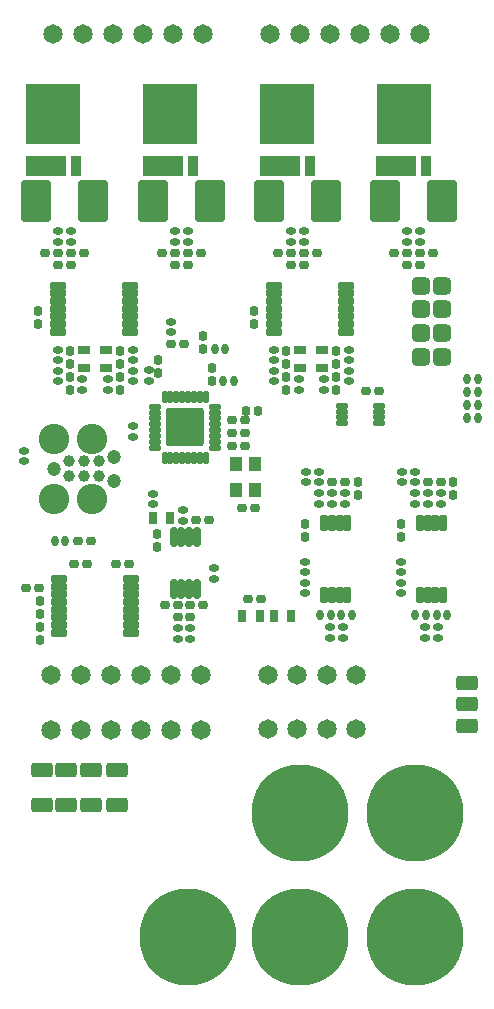
<source format=gts>
%FSLAX46Y46*%
%MOMM*%
%AMPS27*
1,1,0.987000,0.000000,0.000000*
%
%ADD27PS27*%
%AMPS13*
1,1,1.650000,0.000000,0.000000*
%
%ADD13PS13*%
%AMPS16*
1,1,1.650000,0.000000,0.000000*
%
%ADD16PS16*%
%AMPS41*
1,1,1.650000,0.000000,0.000000*
%
%ADD41PS41*%
%AMPS11*
1,1,8.200000,0.000000,0.000000*
%
%ADD11PS11*%
%AMPS42*
1,1,8.200000,0.000000,0.000000*
%
%ADD42PS42*%
%AMPS15*
1,1,1.650000,0.000000,0.000000*
%
%ADD15PS15*%
%AMPS20*
1,1,8.200000,0.000000,0.000000*
%
%ADD20PS20*%
%AMPS53*
1,1,8.200000,0.000000,0.000000*
%
%ADD53PS53*%
%AMPS14*
1,1,1.650000,0.000000,0.000000*
%
%ADD14PS14*%
%AMPS12*
1,1,1.650000,0.000000,0.000000*
%
%ADD12PS12*%
%AMPS35*
21,1,1.700000,0.800000,0.000000,0.000000,270.000000*
%
%ADD35PS35*%
%AMPS34*
21,1,3.340000,1.700000,0.000000,0.000000,180.000000*
%
%ADD34PS34*%
%AMPS33*
21,1,5.100000,4.610000,0.000000,0.000000,270.000000*
%
%ADD33PS33*%
%AMPS56*
1,1,0.454000,0.000000,0.000000*
%
%ADD56PS56*%
%AMPS29*
1,1,2.575000,0.000000,0.000000*
%
%ADD29PS29*%
%AMPS28*
1,1,1.200000,0.000000,0.000000*
%
%ADD28PS28*%
%AMPS52*
1,1,0.400000,0.350000,-0.400000*
1,1,0.400000,-0.350000,0.400000*
1,1,0.400000,-0.350000,-0.400000*
1,1,0.400000,0.350000,0.400000*
21,1,1.100000,0.800000,0.000000,0.000000,180.000000*
21,1,0.700000,1.200000,0.000000,0.000000,180.000000*
%
%ADD52PS52*%
%AMPS54*
1,1,0.360000,-0.315000,-0.070000*
1,1,0.360000,0.315000,0.070000*
1,1,0.360000,-0.315000,0.070000*
1,1,0.360000,0.315000,-0.070000*
21,1,0.500000,0.630000,0.000000,0.000000,90.000000*
21,1,0.140000,0.990000,0.000000,0.000000,90.000000*
%
%ADD54PS54*%
%AMPS55*
1,1,0.360000,0.315000,0.070000*
1,1,0.360000,-0.315000,-0.070000*
1,1,0.360000,0.315000,-0.070000*
1,1,0.360000,-0.315000,0.070000*
21,1,0.500000,0.630000,0.000000,0.000000,270.000000*
21,1,0.140000,0.990000,0.000000,0.000000,270.000000*
%
%ADD55PS55*%
%AMPS24*
1,1,0.400000,-0.100000,0.200000*
1,1,0.400000,0.100000,-0.200000*
1,1,0.400000,0.100000,0.200000*
1,1,0.400000,-0.100000,-0.200000*
21,1,0.600000,0.400000,0.000000,0.000000,0.000000*
21,1,0.200000,0.800000,0.000000,0.000000,0.000000*
%
%ADD24PS24*%
%AMPS10*
1,1,0.400000,-0.200000,-0.100000*
1,1,0.400000,0.200000,0.100000*
1,1,0.400000,-0.200000,0.100000*
1,1,0.400000,0.200000,-0.100000*
21,1,0.600000,0.400000,0.000000,0.000000,90.000000*
21,1,0.200000,0.800000,0.000000,0.000000,90.000000*
%
%ADD10PS10*%
%AMPS40*
1,1,0.400000,0.100000,-0.200000*
1,1,0.400000,-0.100000,0.200000*
1,1,0.400000,-0.100000,-0.200000*
1,1,0.400000,0.100000,0.200000*
21,1,0.600000,0.400000,0.000000,0.000000,180.000000*
21,1,0.200000,0.800000,0.000000,0.000000,180.000000*
%
%ADD40PS40*%
%AMPS17*
1,1,0.400000,0.200000,0.100000*
1,1,0.400000,-0.200000,-0.100000*
1,1,0.400000,0.200000,-0.100000*
1,1,0.400000,-0.200000,0.100000*
21,1,0.600000,0.400000,0.000000,0.000000,270.000000*
21,1,0.200000,0.800000,0.000000,0.000000,270.000000*
%
%ADD17PS17*%
%AMPS23*
1,1,0.400000,-0.700000,0.400000*
1,1,0.400000,0.700000,-0.400000*
1,1,0.400000,0.700000,0.400000*
1,1,0.400000,-0.700000,-0.400000*
21,1,1.800000,0.800000,0.000000,0.000000,0.000000*
21,1,1.400000,1.200000,0.000000,0.000000,0.000000*
%
%ADD23PS23*%
%AMPS45*
1,1,0.400000,-0.125000,0.625000*
1,1,0.400000,0.125000,-0.625000*
1,1,0.400000,0.125000,0.625000*
1,1,0.400000,-0.125000,-0.625000*
21,1,0.650000,1.250000,0.000000,0.000000,0.000000*
21,1,0.250000,1.650000,0.000000,0.000000,0.000000*
%
%ADD45PS45*%
%AMPS46*
1,1,0.400000,0.125000,-0.625000*
1,1,0.400000,-0.125000,0.625000*
1,1,0.400000,-0.125000,-0.625000*
1,1,0.400000,0.125000,0.625000*
21,1,0.650000,1.250000,0.000000,0.000000,180.000000*
21,1,0.250000,1.650000,0.000000,0.000000,180.000000*
%
%ADD46PS46*%
%AMPS44*
1,1,0.380000,-0.125000,0.525000*
1,1,0.380000,0.125000,-0.525000*
1,1,0.380000,0.125000,0.525000*
1,1,0.380000,-0.125000,-0.525000*
21,1,0.630000,1.050000,0.000000,0.000000,0.000000*
21,1,0.250000,1.430000,0.000000,0.000000,0.000000*
%
%ADD44PS44*%
%AMPS31*
1,1,0.380000,-0.525000,-0.125000*
1,1,0.380000,0.525000,0.125000*
1,1,0.380000,-0.525000,0.125000*
1,1,0.380000,0.525000,-0.125000*
21,1,0.630000,1.050000,0.000000,0.000000,90.000000*
21,1,0.250000,1.430000,0.000000,0.000000,90.000000*
%
%ADD31PS31*%
%AMPS43*
1,1,0.380000,0.125000,-0.525000*
1,1,0.380000,-0.125000,0.525000*
1,1,0.380000,-0.125000,-0.525000*
1,1,0.380000,0.125000,0.525000*
21,1,0.630000,1.050000,0.000000,0.000000,180.000000*
21,1,0.250000,1.430000,0.000000,0.000000,180.000000*
%
%ADD43PS43*%
%AMPS30*
1,1,0.380000,0.525000,0.125000*
1,1,0.380000,-0.525000,-0.125000*
1,1,0.380000,0.525000,-0.125000*
1,1,0.380000,-0.525000,0.125000*
21,1,0.630000,1.050000,0.000000,0.000000,270.000000*
21,1,0.250000,1.430000,0.000000,0.000000,270.000000*
%
%ADD30PS30*%
%AMPS21*
1,1,0.400000,-0.200000,0.150000*
1,1,0.400000,0.200000,-0.150000*
1,1,0.400000,0.200000,0.150000*
1,1,0.400000,-0.200000,-0.150000*
21,1,0.800000,0.300000,0.000000,0.000000,0.000000*
21,1,0.400000,0.700000,0.000000,0.000000,0.000000*
%
%ADD21PS21*%
%AMPS26*
1,1,0.400000,-0.150000,-0.200000*
1,1,0.400000,0.150000,0.200000*
1,1,0.400000,-0.150000,0.200000*
1,1,0.400000,0.150000,-0.200000*
21,1,0.800000,0.300000,0.000000,0.000000,90.000000*
21,1,0.400000,0.700000,0.000000,0.000000,90.000000*
%
%ADD26PS26*%
%AMPS25*
1,1,0.400000,0.200000,-0.150000*
1,1,0.400000,-0.200000,0.150000*
1,1,0.400000,-0.200000,-0.150000*
1,1,0.400000,0.200000,0.150000*
21,1,0.800000,0.300000,0.000000,0.000000,180.000000*
21,1,0.400000,0.700000,0.000000,0.000000,180.000000*
%
%ADD25PS25*%
%AMPS18*
1,1,0.400000,0.150000,0.200000*
1,1,0.400000,-0.150000,-0.200000*
1,1,0.400000,0.150000,-0.200000*
1,1,0.400000,-0.150000,0.200000*
21,1,0.800000,0.300000,0.000000,0.000000,270.000000*
21,1,0.400000,0.700000,0.000000,0.000000,270.000000*
%
%ADD18PS18*%
%AMPS38*
1,1,0.700000,-0.940000,-1.440000*
1,1,0.700000,0.940000,1.440000*
1,1,0.700000,-0.940000,1.440000*
1,1,0.700000,0.940000,-1.440000*
21,1,3.580000,1.880000,0.000000,0.000000,90.000000*
21,1,2.880000,2.580000,0.000000,0.000000,90.000000*
%
%ADD38PS38*%
%AMPS39*
1,1,0.700000,0.940000,1.440000*
1,1,0.700000,-0.940000,-1.440000*
1,1,0.700000,0.940000,-1.440000*
1,1,0.700000,-0.940000,1.440000*
21,1,3.580000,1.880000,0.000000,0.000000,270.000000*
21,1,2.880000,2.580000,0.000000,0.000000,270.000000*
%
%ADD39PS39*%
%AMPS36*
1,1,0.720000,-0.410000,-0.380000*
1,1,0.720000,0.410000,0.380000*
1,1,0.720000,-0.410000,0.380000*
1,1,0.720000,0.410000,-0.380000*
21,1,1.480000,0.820000,0.000000,0.000000,90.000000*
21,1,0.760000,1.540000,0.000000,0.000000,90.000000*
%
%ADD36PS36*%
%AMPS37*
1,1,0.720000,0.410000,0.380000*
1,1,0.720000,-0.410000,-0.380000*
1,1,0.720000,0.410000,-0.380000*
1,1,0.720000,-0.410000,0.380000*
21,1,1.480000,0.820000,0.000000,0.000000,270.000000*
21,1,0.760000,1.540000,0.000000,0.000000,270.000000*
%
%ADD37PS37*%
%AMPS19*
1,1,0.400000,0.700000,0.400000*
1,1,0.400000,-0.700000,-0.400000*
1,1,0.400000,0.700000,-0.400000*
1,1,0.400000,-0.700000,0.400000*
21,1,1.200000,1.400000,0.000000,0.000000,270.000000*
21,1,0.800000,1.800000,0.000000,0.000000,270.000000*
%
%ADD19PS19*%
%AMPS49*
1,1,0.300000,-0.085000,0.375000*
1,1,0.300000,0.085000,-0.375000*
1,1,0.300000,0.085000,0.375000*
1,1,0.300000,-0.085000,-0.375000*
21,1,0.470000,0.750000,0.000000,0.000000,0.000000*
21,1,0.170000,1.050000,0.000000,0.000000,0.000000*
%
%ADD49PS49*%
%AMPS47*
1,1,0.300000,-0.375000,-0.085000*
1,1,0.300000,0.375000,0.085000*
1,1,0.300000,-0.375000,0.085000*
1,1,0.300000,0.375000,-0.085000*
21,1,0.470000,0.750000,0.000000,0.000000,90.000000*
21,1,0.170000,1.050000,0.000000,0.000000,90.000000*
%
%ADD47PS47*%
%AMPS50*
1,1,0.300000,0.085000,-0.375000*
1,1,0.300000,-0.085000,0.375000*
1,1,0.300000,-0.085000,-0.375000*
1,1,0.300000,0.085000,0.375000*
21,1,0.470000,0.750000,0.000000,0.000000,180.000000*
21,1,0.170000,1.050000,0.000000,0.000000,180.000000*
%
%ADD50PS50*%
%AMPS48*
1,1,0.300000,0.375000,0.085000*
1,1,0.300000,-0.375000,-0.085000*
1,1,0.300000,0.375000,-0.085000*
1,1,0.300000,-0.375000,0.085000*
21,1,0.470000,0.750000,0.000000,0.000000,270.000000*
21,1,0.170000,1.050000,0.000000,0.000000,270.000000*
%
%ADD48PS48*%
%AMPS51*
1,1,0.400000,-1.400000,1.400000*
1,1,0.400000,1.400000,-1.400000*
1,1,0.400000,1.400000,1.400000*
1,1,0.400000,-1.400000,-1.400000*
21,1,3.200000,2.800000,0.000000,0.000000,0.000000*
21,1,2.800000,3.200000,0.000000,0.000000,0.000000*
%
%ADD51PS51*%
%AMPS22*
1,1,0.400000,0.150000,-0.350000*
1,1,0.400000,-0.150000,0.350000*
1,1,0.400000,-0.150000,-0.350000*
1,1,0.400000,0.150000,0.350000*
21,1,0.700000,0.700000,0.000000,0.000000,180.000000*
21,1,0.300000,1.100000,0.000000,0.000000,180.000000*
%
%ADD22PS22*%
%AMPS32*
1,1,0.400000,0.350000,0.150000*
1,1,0.400000,-0.350000,-0.150000*
1,1,0.400000,0.350000,-0.150000*
1,1,0.400000,-0.350000,0.150000*
21,1,0.700000,0.700000,0.000000,0.000000,270.000000*
21,1,0.300000,1.100000,0.000000,0.000000,270.000000*
%
%ADD32PS32*%
G01*
G01*
%LPD*%
G75*
D10*
X13900000Y29900000D03*
D10*
X13900000Y30800000D03*
D10*
X25900000Y41350000D03*
D10*
X25900000Y42250000D03*
D11*
X14750000Y4700000D03*
D12*
X21550000Y22250000D03*
D12*
X29050000Y22250000D03*
D12*
X24050000Y22250000D03*
D13*
X26550000Y22250000D03*
D14*
X3199999Y22150001D03*
D15*
X13359999Y22150001D03*
D13*
X8279999Y22150001D03*
D16*
X15899999Y22150001D03*
D15*
X5739999Y22150001D03*
D13*
X10819999Y22150001D03*
D10*
X24700000Y35550000D03*
D10*
X24700000Y36450000D03*
D17*
X10100000Y52600000D03*
D17*
X10100000Y51700000D03*
D18*
X9050000Y53200000D03*
D18*
X9050000Y54300000D03*
D17*
X14750000Y64400000D03*
D17*
X14750000Y63500000D03*
D19*
X2400000Y18800000D03*
D19*
X2400000Y15800000D03*
D20*
X34000000Y15150000D03*
D21*
X19606669Y48413329D03*
D21*
X18506669Y48413329D03*
D17*
X3750000Y64400000D03*
D17*
X3750000Y63500000D03*
D21*
X28100000Y43200000D03*
D21*
X27000000Y43200000D03*
D21*
X13670000Y62550000D03*
D21*
X12570000Y62550000D03*
D22*
X23550000Y31850000D03*
D22*
X22050000Y31850000D03*
D23*
X38400000Y26150000D03*
D24*
X34029998Y31900000D03*
D24*
X34929998Y31900000D03*
D25*
X13670000Y61550000D03*
D25*
X14770000Y61550000D03*
D17*
X13350000Y56750000D03*
D17*
X13350000Y55850000D03*
D21*
X9800000Y36250000D03*
D21*
X8700000Y36250000D03*
D18*
X24700000Y38550000D03*
D18*
X24700000Y39650000D03*
D26*
X16100000Y55550000D03*
D26*
X16100000Y54450000D03*
D22*
X13300000Y40150000D03*
D22*
X11800000Y40150000D03*
D15*
X3199999Y26850001D03*
D14*
X13359999Y26850001D03*
D12*
X8279999Y26850001D03*
D14*
X15899999Y26850001D03*
D13*
X5739999Y26850001D03*
D13*
X10819999Y26850001D03*
D18*
X20400000Y56600000D03*
D18*
X20400000Y57700000D03*
D17*
X33300000Y64400000D03*
D17*
X33300000Y63500000D03*
D25*
X3750000Y61550000D03*
D25*
X4850000Y61550000D03*
D18*
X4800000Y51000000D03*
D18*
X4800000Y52100000D03*
D21*
X36200000Y43200000D03*
D21*
X35100000Y43200000D03*
D18*
X12150000Y37700000D03*
D18*
X12150000Y38800000D03*
D21*
X35500000Y62550000D03*
D21*
X34400000Y62550000D03*
D24*
X35829998Y31900000D03*
D24*
X36729998Y31900000D03*
D10*
X24150000Y51000000D03*
D10*
X24150000Y51900000D03*
D27*
X4726669Y43678329D03*
D27*
X5996669Y43678329D03*
D27*
X5996669Y44948329D03*
D28*
X8536669Y45329329D03*
D28*
X8536669Y43297329D03*
D29*
X6631669Y41773329D03*
D27*
X4726669Y44948329D03*
D29*
X3456669Y46853329D03*
D29*
X3456669Y41773329D03*
D28*
X3456669Y44313329D03*
D29*
X6631669Y46853329D03*
D27*
X7266669Y43678329D03*
D27*
X7266669Y44948329D03*
D30*
X22050000Y59800000D03*
D31*
X28150000Y57200000D03*
D31*
X28150000Y55900000D03*
D30*
X22050000Y56550000D03*
D31*
X28150000Y59800000D03*
D30*
X22050000Y57850000D03*
D31*
X28150000Y56550000D03*
D30*
X22050000Y59150000D03*
D31*
X28150000Y59150000D03*
D30*
X22050000Y55900000D03*
D31*
X28150000Y57850000D03*
D31*
X28150000Y58500000D03*
D30*
X22050000Y58500000D03*
D30*
X22050000Y57200000D03*
D30*
X3880001Y30413327D03*
D30*
X3880001Y34323327D03*
D31*
X9980001Y34323327D03*
D31*
X9980001Y32363327D03*
D30*
X3880001Y34973327D03*
D31*
X9980001Y33023327D03*
D31*
X9980001Y31713327D03*
D30*
X3880001Y33023327D03*
D31*
X9980001Y33673327D03*
D30*
X3880001Y33673327D03*
D30*
X3880001Y31063327D03*
D31*
X9980001Y31063327D03*
D31*
X9980001Y34973327D03*
D31*
X9980001Y30413327D03*
D30*
X3880001Y31713327D03*
D30*
X3880001Y32363327D03*
D32*
X7850000Y54350000D03*
D32*
X7850000Y52850000D03*
D17*
X22050000Y52600000D03*
D17*
X22050000Y51700000D03*
D21*
X25695000Y62550000D03*
D21*
X24595000Y62550000D03*
D24*
X38400000Y50833330D03*
D24*
X39300000Y50833330D03*
D10*
X24700000Y33750000D03*
D10*
X24700000Y34650000D03*
D33*
X3400002Y74319992D03*
D34*
X2765002Y69979992D03*
D35*
X5305002Y69979992D03*
D21*
X5950000Y62550000D03*
D21*
X4850000Y62550000D03*
D10*
X34000000Y43150000D03*
D10*
X34000000Y44050000D03*
D33*
X23175002Y74319992D03*
D34*
X22540002Y69979992D03*
D35*
X25080002Y69979992D03*
D10*
X25900000Y43150000D03*
D10*
X25900000Y44050000D03*
D18*
X27350000Y51000000D03*
D18*
X27350000Y52100000D03*
D21*
X14450000Y54900000D03*
D21*
X13350000Y54900000D03*
D21*
X3750000Y62550000D03*
D21*
X2650000Y62550000D03*
D18*
X9050000Y51000000D03*
D18*
X9050000Y52100000D03*
D21*
X6606669Y38213329D03*
D21*
X5506669Y38213329D03*
D36*
X36300000Y55800000D03*
D37*
X34500000Y55800000D03*
D21*
X19606669Y47313329D03*
D21*
X18506669Y47313329D03*
D25*
X29850000Y50900000D03*
D25*
X30950000Y50900000D03*
D21*
X6200000Y36243327D03*
D21*
X5100000Y36243327D03*
D38*
X6710000Y66950000D03*
D39*
X1890000Y66950000D03*
D26*
X29150000Y43150000D03*
D26*
X29150000Y42050000D03*
D26*
X37250000Y43150000D03*
D26*
X37250000Y42050000D03*
D24*
X3506669Y38213329D03*
D24*
X4406669Y38213329D03*
D10*
X14350000Y39900000D03*
D10*
X14350000Y40800000D03*
D17*
X23495000Y64400000D03*
D17*
X23495000Y63500000D03*
D10*
X10100000Y53500000D03*
D10*
X10100000Y54400000D03*
D38*
X26485000Y66950000D03*
D39*
X21665000Y66950000D03*
D24*
X38400000Y51933330D03*
D24*
X39300000Y51933330D03*
D40*
X17950000Y54450000D03*
D40*
X17050000Y54450000D03*
D25*
X23495000Y61550000D03*
D25*
X24595000Y61550000D03*
D10*
X900000Y44950000D03*
D10*
X900000Y45850000D03*
D38*
X16610000Y66950000D03*
D39*
X11790000Y66950000D03*
D21*
X19606669Y46213329D03*
D21*
X18506669Y46213329D03*
D41*
X3349999Y81150001D03*
D13*
X13509999Y81150001D03*
D12*
X8429999Y81150001D03*
D14*
X16049999Y81150001D03*
D16*
X5889999Y81150001D03*
D13*
X10969999Y81150001D03*
D17*
X4850000Y64400000D03*
D17*
X4850000Y63500000D03*
D23*
X38400000Y22550000D03*
D14*
X21550000Y26850000D03*
D13*
X29050000Y26850000D03*
D15*
X24050000Y26850000D03*
D13*
X26550000Y26850000D03*
D42*
X24300000Y15150000D03*
D30*
X3750000Y59800000D03*
D31*
X9850000Y57200000D03*
D31*
X9850000Y55900000D03*
D30*
X3750000Y56550000D03*
D31*
X9850000Y59800000D03*
D30*
X3750000Y57850000D03*
D31*
X9850000Y56550000D03*
D30*
X3750000Y59150000D03*
D31*
X9850000Y59150000D03*
D30*
X3750000Y55900000D03*
D31*
X9850000Y57850000D03*
D31*
X9850000Y58500000D03*
D30*
X3750000Y58500000D03*
D30*
X3750000Y57200000D03*
D26*
X16800000Y52850000D03*
D26*
X16800000Y51750000D03*
D20*
X24300000Y4700000D03*
D43*
X36380000Y39750000D03*
D44*
X36380000Y33650000D03*
D43*
X35730000Y39750000D03*
D43*
X35070000Y39750000D03*
D44*
X35730000Y33650000D03*
D44*
X35070000Y33650000D03*
D44*
X34420000Y33650000D03*
D43*
X34420000Y39750000D03*
D10*
X35929998Y30000000D03*
D10*
X35929998Y30900000D03*
D17*
X34400000Y64400000D03*
D17*
X34400000Y63500000D03*
D17*
X10100000Y47900000D03*
D17*
X10100000Y47000000D03*
D10*
X34000000Y41350000D03*
D10*
X34000000Y42250000D03*
D17*
X24595000Y64400000D03*
D17*
X24595000Y63500000D03*
D17*
X3750000Y52600000D03*
D17*
X3750000Y51700000D03*
D17*
X28100000Y42250000D03*
D17*
X28100000Y41350000D03*
D10*
X8000000Y51000000D03*
D10*
X8000000Y51900000D03*
D33*
X13300002Y74319992D03*
D34*
X12665002Y69979992D03*
D35*
X15205002Y69979992D03*
D25*
X15000000Y32750000D03*
D25*
X16100000Y32750000D03*
D10*
X11850000Y41300000D03*
D10*
X11850000Y42200000D03*
D10*
X32800000Y33750000D03*
D10*
X32800000Y34650000D03*
D45*
X14875000Y34150000D03*
D45*
X15525000Y34150000D03*
D46*
X14225000Y38550000D03*
D45*
X13575000Y34150000D03*
D46*
X15525000Y38550000D03*
D46*
X14875000Y38550000D03*
D45*
X14225000Y34150000D03*
D46*
X13575000Y38550000D03*
D32*
X24300000Y54350000D03*
D32*
X24300000Y52850000D03*
D25*
X33300000Y61550000D03*
D25*
X34400000Y61550000D03*
D32*
X6000000Y54350000D03*
D32*
X6000000Y52850000D03*
D43*
X28280000Y39750000D03*
D44*
X28280000Y33650000D03*
D43*
X27630000Y39750000D03*
D43*
X26970000Y39750000D03*
D44*
X27630000Y33650000D03*
D44*
X26970000Y33650000D03*
D44*
X26320000Y33650000D03*
D43*
X26320000Y39750000D03*
D18*
X2230001Y32043327D03*
D18*
X2230001Y33143327D03*
D32*
X26150000Y54350000D03*
D32*
X26150000Y52850000D03*
D10*
X34829998Y30000000D03*
D10*
X34829998Y30900000D03*
D47*
X17111669Y47563329D03*
D47*
X17111669Y46563329D03*
D48*
X12001669Y48563329D03*
D49*
X15806669Y45258329D03*
D47*
X17111669Y47063329D03*
D50*
X12806669Y50368329D03*
D49*
X13306669Y45258329D03*
D49*
X12806669Y45258329D03*
D50*
X15306669Y50368329D03*
D48*
X12001669Y47563329D03*
D51*
X14556669Y47813329D03*
D48*
X12001669Y46563329D03*
D50*
X13806669Y50368329D03*
D50*
X16306669Y50368329D03*
D48*
X12001669Y48063329D03*
D50*
X14806669Y50368329D03*
D47*
X17111669Y48063329D03*
D48*
X12001669Y49063329D03*
D49*
X14306669Y45258329D03*
D50*
X14306669Y50368329D03*
D50*
X15806669Y50368329D03*
D49*
X15306669Y45258329D03*
D49*
X14806669Y45258329D03*
D47*
X17111669Y49063329D03*
D47*
X17111669Y46063329D03*
D48*
X12001669Y47063329D03*
D47*
X17111669Y49563329D03*
D49*
X13806669Y45258329D03*
D50*
X13306669Y50368329D03*
D48*
X12001669Y46063329D03*
D48*
X12001669Y49563329D03*
D47*
X17111669Y48563329D03*
D49*
X16306669Y45258329D03*
D10*
X35100000Y41350000D03*
D10*
X35100000Y42250000D03*
D24*
X38400000Y49733330D03*
D24*
X39300000Y49733330D03*
D24*
X25979998Y31900000D03*
D24*
X26879998Y31900000D03*
D52*
X20450000Y44700000D03*
D52*
X18850000Y42500000D03*
D52*
X18850000Y44700000D03*
D52*
X20450000Y42500000D03*
D21*
X16600000Y39950000D03*
D21*
X15500000Y39950000D03*
D38*
X36260000Y66950000D03*
D39*
X31440000Y66950000D03*
D17*
X17000000Y35900000D03*
D17*
X17000000Y35000000D03*
D17*
X28400000Y52600000D03*
D17*
X28400000Y51700000D03*
D15*
X21749999Y81150001D03*
D13*
X31909999Y81150001D03*
D41*
X26829999Y81150001D03*
D13*
X34449999Y81150001D03*
D41*
X24289999Y81150001D03*
D13*
X29369999Y81150001D03*
D18*
X23100000Y53200000D03*
D18*
X23100000Y54300000D03*
D25*
X1080001Y34193327D03*
D25*
X2180001Y34193327D03*
D10*
X26300000Y51000000D03*
D10*
X26300000Y51900000D03*
D21*
X15870000Y62550000D03*
D21*
X14770000Y62550000D03*
D26*
X12250000Y53500000D03*
D26*
X12250000Y52400000D03*
D25*
X19850000Y33250000D03*
D25*
X20950000Y33250000D03*
D18*
X4800000Y53200000D03*
D18*
X4800000Y54300000D03*
D10*
X22050000Y53500000D03*
D10*
X22050000Y54400000D03*
D21*
X23495000Y62550000D03*
D21*
X22395000Y62550000D03*
D21*
X33300000Y62550000D03*
D21*
X32200000Y62550000D03*
D10*
X15000000Y29900000D03*
D10*
X15000000Y30800000D03*
D18*
X2230001Y29843327D03*
D18*
X2230001Y30943327D03*
D18*
X2100000Y56600000D03*
D18*
X2100000Y57700000D03*
D25*
X19350000Y41000000D03*
D25*
X20450000Y41000000D03*
D10*
X28400000Y53500000D03*
D10*
X28400000Y54400000D03*
D53*
X34000000Y4700000D03*
D10*
X26779998Y30000000D03*
D10*
X26779998Y30900000D03*
D17*
X36200000Y42250000D03*
D17*
X36200000Y41350000D03*
D10*
X32800000Y35550000D03*
D10*
X32800000Y36450000D03*
D36*
X36300000Y53800000D03*
D37*
X34500000Y53800000D03*
D18*
X23100000Y51000000D03*
D18*
X23100000Y52100000D03*
D19*
X6600000Y18800000D03*
D19*
X6600000Y15800000D03*
D54*
X30950000Y49150000D03*
D55*
X27850000Y49150000D03*
D54*
X30950000Y49650000D03*
D54*
X30950000Y48150000D03*
D54*
X30950000Y48650000D03*
D55*
X27850000Y48150000D03*
D55*
X27850000Y48650000D03*
D55*
X27850000Y49650000D03*
D19*
X8800000Y18800000D03*
D19*
X8800000Y15800000D03*
D10*
X27879998Y30000000D03*
D10*
X27879998Y30900000D03*
D26*
X20700000Y49200000D03*
D18*
X19700000Y49200000D03*
D33*
X33050002Y74319992D03*
D34*
X32415002Y69979992D03*
D35*
X34955002Y69979992D03*
D22*
X20850000Y31850000D03*
D22*
X19350000Y31850000D03*
D10*
X27000000Y41350000D03*
D10*
X27000000Y42250000D03*
D24*
X38400000Y48633330D03*
D24*
X39300000Y48633330D03*
D17*
X32900000Y44050000D03*
D17*
X32900000Y43150000D03*
D23*
X38400000Y24350000D03*
D36*
X36300000Y57800000D03*
D37*
X34500000Y57800000D03*
D18*
X27350000Y53200000D03*
D18*
X27350000Y54300000D03*
D10*
X5850000Y51000000D03*
D10*
X5850000Y51900000D03*
D40*
X18650000Y51750000D03*
D40*
X17750000Y51750000D03*
D18*
X32800000Y38550000D03*
D18*
X32800000Y39650000D03*
D24*
X27779998Y31900000D03*
D24*
X28679998Y31900000D03*
D19*
X4500000Y18800000D03*
D19*
X4500000Y15800000D03*
D10*
X3750000Y53500000D03*
D10*
X3750000Y54400000D03*
D21*
X15000000Y31750000D03*
D21*
X13900000Y31750000D03*
D10*
X11500000Y51750000D03*
D10*
X11500000Y52650000D03*
D17*
X13650000Y64400000D03*
D17*
X13650000Y63500000D03*
D36*
X36300000Y59800000D03*
D37*
X34500000Y59800000D03*
D17*
X24800000Y44050000D03*
D17*
X24800000Y43150000D03*
D25*
X12800000Y32750000D03*
D25*
X13900000Y32750000D03*
D56*
X14556669Y47813329D03*
D56*
X13700000Y48650000D03*
D56*
X15500000Y48650000D03*
M02*

</source>
